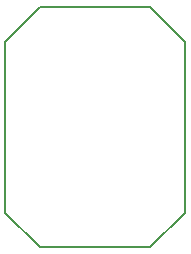
<source format=gko>
G04 DipTrace 2.4.0.2*
%INi2cswitch.gko*%
%MOMM*%
%ADD11C,0.14*%
%FSLAX53Y53*%
G04*
G71*
G90*
G75*
G01*
%LNBoardOutline*%
%LPD*%
X12972Y30320D2*
D11*
X10000Y27399D1*
Y12921D1*
X12972Y10000D1*
X22268D1*
X25240Y12921D1*
Y27399D1*
X22268Y30320D1*
X12972D1*
M02*

</source>
